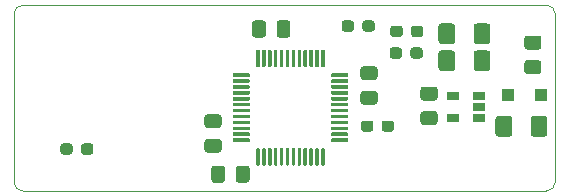
<source format=gbr>
%TF.GenerationSoftware,KiCad,Pcbnew,(5.1.8)-1*%
%TF.CreationDate,2021-01-31T15:43:31-07:00*%
%TF.ProjectId,Axle-Tx-PCB(STM32)v2,41786c65-2d54-4782-9d50-43422853544d,rev?*%
%TF.SameCoordinates,Original*%
%TF.FileFunction,Paste,Top*%
%TF.FilePolarity,Positive*%
%FSLAX46Y46*%
G04 Gerber Fmt 4.6, Leading zero omitted, Abs format (unit mm)*
G04 Created by KiCad (PCBNEW (5.1.8)-1) date 2021-01-31 15:43:31*
%MOMM*%
%LPD*%
G01*
G04 APERTURE LIST*
%TA.AperFunction,Profile*%
%ADD10C,0.050000*%
%TD*%
%ADD11R,1.100000X1.100000*%
%ADD12R,1.060000X0.650000*%
G04 APERTURE END LIST*
D10*
X67945000Y-36322000D02*
G75*
G02*
X68707000Y-37084000I0J-762000D01*
G01*
X68707000Y-51308000D02*
G75*
G02*
X67945000Y-52070000I-762000J0D01*
G01*
X23622000Y-52070000D02*
G75*
G02*
X22860000Y-51308000I0J762000D01*
G01*
X22860000Y-37084000D02*
G75*
G02*
X23622000Y-36322000I762000J0D01*
G01*
X22860000Y-51308000D02*
X22860000Y-37084000D01*
X67945000Y-52070000D02*
X23622000Y-52070000D01*
X68707000Y-37084000D02*
X68707000Y-51308000D01*
X23622000Y-36322000D02*
X67945000Y-36322000D01*
%TO.C,STM32*%
G36*
G01*
X49778800Y-42108800D02*
X51103800Y-42108800D01*
G75*
G02*
X51178800Y-42183800I0J-75000D01*
G01*
X51178800Y-42333800D01*
G75*
G02*
X51103800Y-42408800I-75000J0D01*
G01*
X49778800Y-42408800D01*
G75*
G02*
X49703800Y-42333800I0J75000D01*
G01*
X49703800Y-42183800D01*
G75*
G02*
X49778800Y-42108800I75000J0D01*
G01*
G37*
G36*
G01*
X49778800Y-42608800D02*
X51103800Y-42608800D01*
G75*
G02*
X51178800Y-42683800I0J-75000D01*
G01*
X51178800Y-42833800D01*
G75*
G02*
X51103800Y-42908800I-75000J0D01*
G01*
X49778800Y-42908800D01*
G75*
G02*
X49703800Y-42833800I0J75000D01*
G01*
X49703800Y-42683800D01*
G75*
G02*
X49778800Y-42608800I75000J0D01*
G01*
G37*
G36*
G01*
X49778800Y-43108800D02*
X51103800Y-43108800D01*
G75*
G02*
X51178800Y-43183800I0J-75000D01*
G01*
X51178800Y-43333800D01*
G75*
G02*
X51103800Y-43408800I-75000J0D01*
G01*
X49778800Y-43408800D01*
G75*
G02*
X49703800Y-43333800I0J75000D01*
G01*
X49703800Y-43183800D01*
G75*
G02*
X49778800Y-43108800I75000J0D01*
G01*
G37*
G36*
G01*
X49778800Y-43608800D02*
X51103800Y-43608800D01*
G75*
G02*
X51178800Y-43683800I0J-75000D01*
G01*
X51178800Y-43833800D01*
G75*
G02*
X51103800Y-43908800I-75000J0D01*
G01*
X49778800Y-43908800D01*
G75*
G02*
X49703800Y-43833800I0J75000D01*
G01*
X49703800Y-43683800D01*
G75*
G02*
X49778800Y-43608800I75000J0D01*
G01*
G37*
G36*
G01*
X49778800Y-44108800D02*
X51103800Y-44108800D01*
G75*
G02*
X51178800Y-44183800I0J-75000D01*
G01*
X51178800Y-44333800D01*
G75*
G02*
X51103800Y-44408800I-75000J0D01*
G01*
X49778800Y-44408800D01*
G75*
G02*
X49703800Y-44333800I0J75000D01*
G01*
X49703800Y-44183800D01*
G75*
G02*
X49778800Y-44108800I75000J0D01*
G01*
G37*
G36*
G01*
X49778800Y-44608800D02*
X51103800Y-44608800D01*
G75*
G02*
X51178800Y-44683800I0J-75000D01*
G01*
X51178800Y-44833800D01*
G75*
G02*
X51103800Y-44908800I-75000J0D01*
G01*
X49778800Y-44908800D01*
G75*
G02*
X49703800Y-44833800I0J75000D01*
G01*
X49703800Y-44683800D01*
G75*
G02*
X49778800Y-44608800I75000J0D01*
G01*
G37*
G36*
G01*
X49778800Y-45108800D02*
X51103800Y-45108800D01*
G75*
G02*
X51178800Y-45183800I0J-75000D01*
G01*
X51178800Y-45333800D01*
G75*
G02*
X51103800Y-45408800I-75000J0D01*
G01*
X49778800Y-45408800D01*
G75*
G02*
X49703800Y-45333800I0J75000D01*
G01*
X49703800Y-45183800D01*
G75*
G02*
X49778800Y-45108800I75000J0D01*
G01*
G37*
G36*
G01*
X49778800Y-45608800D02*
X51103800Y-45608800D01*
G75*
G02*
X51178800Y-45683800I0J-75000D01*
G01*
X51178800Y-45833800D01*
G75*
G02*
X51103800Y-45908800I-75000J0D01*
G01*
X49778800Y-45908800D01*
G75*
G02*
X49703800Y-45833800I0J75000D01*
G01*
X49703800Y-45683800D01*
G75*
G02*
X49778800Y-45608800I75000J0D01*
G01*
G37*
G36*
G01*
X49778800Y-46108800D02*
X51103800Y-46108800D01*
G75*
G02*
X51178800Y-46183800I0J-75000D01*
G01*
X51178800Y-46333800D01*
G75*
G02*
X51103800Y-46408800I-75000J0D01*
G01*
X49778800Y-46408800D01*
G75*
G02*
X49703800Y-46333800I0J75000D01*
G01*
X49703800Y-46183800D01*
G75*
G02*
X49778800Y-46108800I75000J0D01*
G01*
G37*
G36*
G01*
X49778800Y-46608800D02*
X51103800Y-46608800D01*
G75*
G02*
X51178800Y-46683800I0J-75000D01*
G01*
X51178800Y-46833800D01*
G75*
G02*
X51103800Y-46908800I-75000J0D01*
G01*
X49778800Y-46908800D01*
G75*
G02*
X49703800Y-46833800I0J75000D01*
G01*
X49703800Y-46683800D01*
G75*
G02*
X49778800Y-46608800I75000J0D01*
G01*
G37*
G36*
G01*
X49778800Y-47108800D02*
X51103800Y-47108800D01*
G75*
G02*
X51178800Y-47183800I0J-75000D01*
G01*
X51178800Y-47333800D01*
G75*
G02*
X51103800Y-47408800I-75000J0D01*
G01*
X49778800Y-47408800D01*
G75*
G02*
X49703800Y-47333800I0J75000D01*
G01*
X49703800Y-47183800D01*
G75*
G02*
X49778800Y-47108800I75000J0D01*
G01*
G37*
G36*
G01*
X49778800Y-47608800D02*
X51103800Y-47608800D01*
G75*
G02*
X51178800Y-47683800I0J-75000D01*
G01*
X51178800Y-47833800D01*
G75*
G02*
X51103800Y-47908800I-75000J0D01*
G01*
X49778800Y-47908800D01*
G75*
G02*
X49703800Y-47833800I0J75000D01*
G01*
X49703800Y-47683800D01*
G75*
G02*
X49778800Y-47608800I75000J0D01*
G01*
G37*
G36*
G01*
X48953800Y-48433800D02*
X49103800Y-48433800D01*
G75*
G02*
X49178800Y-48508800I0J-75000D01*
G01*
X49178800Y-49833800D01*
G75*
G02*
X49103800Y-49908800I-75000J0D01*
G01*
X48953800Y-49908800D01*
G75*
G02*
X48878800Y-49833800I0J75000D01*
G01*
X48878800Y-48508800D01*
G75*
G02*
X48953800Y-48433800I75000J0D01*
G01*
G37*
G36*
G01*
X48453800Y-48433800D02*
X48603800Y-48433800D01*
G75*
G02*
X48678800Y-48508800I0J-75000D01*
G01*
X48678800Y-49833800D01*
G75*
G02*
X48603800Y-49908800I-75000J0D01*
G01*
X48453800Y-49908800D01*
G75*
G02*
X48378800Y-49833800I0J75000D01*
G01*
X48378800Y-48508800D01*
G75*
G02*
X48453800Y-48433800I75000J0D01*
G01*
G37*
G36*
G01*
X47953800Y-48433800D02*
X48103800Y-48433800D01*
G75*
G02*
X48178800Y-48508800I0J-75000D01*
G01*
X48178800Y-49833800D01*
G75*
G02*
X48103800Y-49908800I-75000J0D01*
G01*
X47953800Y-49908800D01*
G75*
G02*
X47878800Y-49833800I0J75000D01*
G01*
X47878800Y-48508800D01*
G75*
G02*
X47953800Y-48433800I75000J0D01*
G01*
G37*
G36*
G01*
X47453800Y-48433800D02*
X47603800Y-48433800D01*
G75*
G02*
X47678800Y-48508800I0J-75000D01*
G01*
X47678800Y-49833800D01*
G75*
G02*
X47603800Y-49908800I-75000J0D01*
G01*
X47453800Y-49908800D01*
G75*
G02*
X47378800Y-49833800I0J75000D01*
G01*
X47378800Y-48508800D01*
G75*
G02*
X47453800Y-48433800I75000J0D01*
G01*
G37*
G36*
G01*
X46953800Y-48433800D02*
X47103800Y-48433800D01*
G75*
G02*
X47178800Y-48508800I0J-75000D01*
G01*
X47178800Y-49833800D01*
G75*
G02*
X47103800Y-49908800I-75000J0D01*
G01*
X46953800Y-49908800D01*
G75*
G02*
X46878800Y-49833800I0J75000D01*
G01*
X46878800Y-48508800D01*
G75*
G02*
X46953800Y-48433800I75000J0D01*
G01*
G37*
G36*
G01*
X46453800Y-48433800D02*
X46603800Y-48433800D01*
G75*
G02*
X46678800Y-48508800I0J-75000D01*
G01*
X46678800Y-49833800D01*
G75*
G02*
X46603800Y-49908800I-75000J0D01*
G01*
X46453800Y-49908800D01*
G75*
G02*
X46378800Y-49833800I0J75000D01*
G01*
X46378800Y-48508800D01*
G75*
G02*
X46453800Y-48433800I75000J0D01*
G01*
G37*
G36*
G01*
X45953800Y-48433800D02*
X46103800Y-48433800D01*
G75*
G02*
X46178800Y-48508800I0J-75000D01*
G01*
X46178800Y-49833800D01*
G75*
G02*
X46103800Y-49908800I-75000J0D01*
G01*
X45953800Y-49908800D01*
G75*
G02*
X45878800Y-49833800I0J75000D01*
G01*
X45878800Y-48508800D01*
G75*
G02*
X45953800Y-48433800I75000J0D01*
G01*
G37*
G36*
G01*
X45453800Y-48433800D02*
X45603800Y-48433800D01*
G75*
G02*
X45678800Y-48508800I0J-75000D01*
G01*
X45678800Y-49833800D01*
G75*
G02*
X45603800Y-49908800I-75000J0D01*
G01*
X45453800Y-49908800D01*
G75*
G02*
X45378800Y-49833800I0J75000D01*
G01*
X45378800Y-48508800D01*
G75*
G02*
X45453800Y-48433800I75000J0D01*
G01*
G37*
G36*
G01*
X44953800Y-48433800D02*
X45103800Y-48433800D01*
G75*
G02*
X45178800Y-48508800I0J-75000D01*
G01*
X45178800Y-49833800D01*
G75*
G02*
X45103800Y-49908800I-75000J0D01*
G01*
X44953800Y-49908800D01*
G75*
G02*
X44878800Y-49833800I0J75000D01*
G01*
X44878800Y-48508800D01*
G75*
G02*
X44953800Y-48433800I75000J0D01*
G01*
G37*
G36*
G01*
X44453800Y-48433800D02*
X44603800Y-48433800D01*
G75*
G02*
X44678800Y-48508800I0J-75000D01*
G01*
X44678800Y-49833800D01*
G75*
G02*
X44603800Y-49908800I-75000J0D01*
G01*
X44453800Y-49908800D01*
G75*
G02*
X44378800Y-49833800I0J75000D01*
G01*
X44378800Y-48508800D01*
G75*
G02*
X44453800Y-48433800I75000J0D01*
G01*
G37*
G36*
G01*
X43953800Y-48433800D02*
X44103800Y-48433800D01*
G75*
G02*
X44178800Y-48508800I0J-75000D01*
G01*
X44178800Y-49833800D01*
G75*
G02*
X44103800Y-49908800I-75000J0D01*
G01*
X43953800Y-49908800D01*
G75*
G02*
X43878800Y-49833800I0J75000D01*
G01*
X43878800Y-48508800D01*
G75*
G02*
X43953800Y-48433800I75000J0D01*
G01*
G37*
G36*
G01*
X43453800Y-48433800D02*
X43603800Y-48433800D01*
G75*
G02*
X43678800Y-48508800I0J-75000D01*
G01*
X43678800Y-49833800D01*
G75*
G02*
X43603800Y-49908800I-75000J0D01*
G01*
X43453800Y-49908800D01*
G75*
G02*
X43378800Y-49833800I0J75000D01*
G01*
X43378800Y-48508800D01*
G75*
G02*
X43453800Y-48433800I75000J0D01*
G01*
G37*
G36*
G01*
X41453800Y-47608800D02*
X42778800Y-47608800D01*
G75*
G02*
X42853800Y-47683800I0J-75000D01*
G01*
X42853800Y-47833800D01*
G75*
G02*
X42778800Y-47908800I-75000J0D01*
G01*
X41453800Y-47908800D01*
G75*
G02*
X41378800Y-47833800I0J75000D01*
G01*
X41378800Y-47683800D01*
G75*
G02*
X41453800Y-47608800I75000J0D01*
G01*
G37*
G36*
G01*
X41453800Y-47108800D02*
X42778800Y-47108800D01*
G75*
G02*
X42853800Y-47183800I0J-75000D01*
G01*
X42853800Y-47333800D01*
G75*
G02*
X42778800Y-47408800I-75000J0D01*
G01*
X41453800Y-47408800D01*
G75*
G02*
X41378800Y-47333800I0J75000D01*
G01*
X41378800Y-47183800D01*
G75*
G02*
X41453800Y-47108800I75000J0D01*
G01*
G37*
G36*
G01*
X41453800Y-46608800D02*
X42778800Y-46608800D01*
G75*
G02*
X42853800Y-46683800I0J-75000D01*
G01*
X42853800Y-46833800D01*
G75*
G02*
X42778800Y-46908800I-75000J0D01*
G01*
X41453800Y-46908800D01*
G75*
G02*
X41378800Y-46833800I0J75000D01*
G01*
X41378800Y-46683800D01*
G75*
G02*
X41453800Y-46608800I75000J0D01*
G01*
G37*
G36*
G01*
X41453800Y-46108800D02*
X42778800Y-46108800D01*
G75*
G02*
X42853800Y-46183800I0J-75000D01*
G01*
X42853800Y-46333800D01*
G75*
G02*
X42778800Y-46408800I-75000J0D01*
G01*
X41453800Y-46408800D01*
G75*
G02*
X41378800Y-46333800I0J75000D01*
G01*
X41378800Y-46183800D01*
G75*
G02*
X41453800Y-46108800I75000J0D01*
G01*
G37*
G36*
G01*
X41453800Y-45608800D02*
X42778800Y-45608800D01*
G75*
G02*
X42853800Y-45683800I0J-75000D01*
G01*
X42853800Y-45833800D01*
G75*
G02*
X42778800Y-45908800I-75000J0D01*
G01*
X41453800Y-45908800D01*
G75*
G02*
X41378800Y-45833800I0J75000D01*
G01*
X41378800Y-45683800D01*
G75*
G02*
X41453800Y-45608800I75000J0D01*
G01*
G37*
G36*
G01*
X41453800Y-45108800D02*
X42778800Y-45108800D01*
G75*
G02*
X42853800Y-45183800I0J-75000D01*
G01*
X42853800Y-45333800D01*
G75*
G02*
X42778800Y-45408800I-75000J0D01*
G01*
X41453800Y-45408800D01*
G75*
G02*
X41378800Y-45333800I0J75000D01*
G01*
X41378800Y-45183800D01*
G75*
G02*
X41453800Y-45108800I75000J0D01*
G01*
G37*
G36*
G01*
X41453800Y-44608800D02*
X42778800Y-44608800D01*
G75*
G02*
X42853800Y-44683800I0J-75000D01*
G01*
X42853800Y-44833800D01*
G75*
G02*
X42778800Y-44908800I-75000J0D01*
G01*
X41453800Y-44908800D01*
G75*
G02*
X41378800Y-44833800I0J75000D01*
G01*
X41378800Y-44683800D01*
G75*
G02*
X41453800Y-44608800I75000J0D01*
G01*
G37*
G36*
G01*
X41453800Y-44108800D02*
X42778800Y-44108800D01*
G75*
G02*
X42853800Y-44183800I0J-75000D01*
G01*
X42853800Y-44333800D01*
G75*
G02*
X42778800Y-44408800I-75000J0D01*
G01*
X41453800Y-44408800D01*
G75*
G02*
X41378800Y-44333800I0J75000D01*
G01*
X41378800Y-44183800D01*
G75*
G02*
X41453800Y-44108800I75000J0D01*
G01*
G37*
G36*
G01*
X41453800Y-43608800D02*
X42778800Y-43608800D01*
G75*
G02*
X42853800Y-43683800I0J-75000D01*
G01*
X42853800Y-43833800D01*
G75*
G02*
X42778800Y-43908800I-75000J0D01*
G01*
X41453800Y-43908800D01*
G75*
G02*
X41378800Y-43833800I0J75000D01*
G01*
X41378800Y-43683800D01*
G75*
G02*
X41453800Y-43608800I75000J0D01*
G01*
G37*
G36*
G01*
X41453800Y-43108800D02*
X42778800Y-43108800D01*
G75*
G02*
X42853800Y-43183800I0J-75000D01*
G01*
X42853800Y-43333800D01*
G75*
G02*
X42778800Y-43408800I-75000J0D01*
G01*
X41453800Y-43408800D01*
G75*
G02*
X41378800Y-43333800I0J75000D01*
G01*
X41378800Y-43183800D01*
G75*
G02*
X41453800Y-43108800I75000J0D01*
G01*
G37*
G36*
G01*
X41453800Y-42608800D02*
X42778800Y-42608800D01*
G75*
G02*
X42853800Y-42683800I0J-75000D01*
G01*
X42853800Y-42833800D01*
G75*
G02*
X42778800Y-42908800I-75000J0D01*
G01*
X41453800Y-42908800D01*
G75*
G02*
X41378800Y-42833800I0J75000D01*
G01*
X41378800Y-42683800D01*
G75*
G02*
X41453800Y-42608800I75000J0D01*
G01*
G37*
G36*
G01*
X41453800Y-42108800D02*
X42778800Y-42108800D01*
G75*
G02*
X42853800Y-42183800I0J-75000D01*
G01*
X42853800Y-42333800D01*
G75*
G02*
X42778800Y-42408800I-75000J0D01*
G01*
X41453800Y-42408800D01*
G75*
G02*
X41378800Y-42333800I0J75000D01*
G01*
X41378800Y-42183800D01*
G75*
G02*
X41453800Y-42108800I75000J0D01*
G01*
G37*
G36*
G01*
X43453800Y-40108800D02*
X43603800Y-40108800D01*
G75*
G02*
X43678800Y-40183800I0J-75000D01*
G01*
X43678800Y-41508800D01*
G75*
G02*
X43603800Y-41583800I-75000J0D01*
G01*
X43453800Y-41583800D01*
G75*
G02*
X43378800Y-41508800I0J75000D01*
G01*
X43378800Y-40183800D01*
G75*
G02*
X43453800Y-40108800I75000J0D01*
G01*
G37*
G36*
G01*
X43953800Y-40108800D02*
X44103800Y-40108800D01*
G75*
G02*
X44178800Y-40183800I0J-75000D01*
G01*
X44178800Y-41508800D01*
G75*
G02*
X44103800Y-41583800I-75000J0D01*
G01*
X43953800Y-41583800D01*
G75*
G02*
X43878800Y-41508800I0J75000D01*
G01*
X43878800Y-40183800D01*
G75*
G02*
X43953800Y-40108800I75000J0D01*
G01*
G37*
G36*
G01*
X44453800Y-40108800D02*
X44603800Y-40108800D01*
G75*
G02*
X44678800Y-40183800I0J-75000D01*
G01*
X44678800Y-41508800D01*
G75*
G02*
X44603800Y-41583800I-75000J0D01*
G01*
X44453800Y-41583800D01*
G75*
G02*
X44378800Y-41508800I0J75000D01*
G01*
X44378800Y-40183800D01*
G75*
G02*
X44453800Y-40108800I75000J0D01*
G01*
G37*
G36*
G01*
X44953800Y-40108800D02*
X45103800Y-40108800D01*
G75*
G02*
X45178800Y-40183800I0J-75000D01*
G01*
X45178800Y-41508800D01*
G75*
G02*
X45103800Y-41583800I-75000J0D01*
G01*
X44953800Y-41583800D01*
G75*
G02*
X44878800Y-41508800I0J75000D01*
G01*
X44878800Y-40183800D01*
G75*
G02*
X44953800Y-40108800I75000J0D01*
G01*
G37*
G36*
G01*
X45453800Y-40108800D02*
X45603800Y-40108800D01*
G75*
G02*
X45678800Y-40183800I0J-75000D01*
G01*
X45678800Y-41508800D01*
G75*
G02*
X45603800Y-41583800I-75000J0D01*
G01*
X45453800Y-41583800D01*
G75*
G02*
X45378800Y-41508800I0J75000D01*
G01*
X45378800Y-40183800D01*
G75*
G02*
X45453800Y-40108800I75000J0D01*
G01*
G37*
G36*
G01*
X45953800Y-40108800D02*
X46103800Y-40108800D01*
G75*
G02*
X46178800Y-40183800I0J-75000D01*
G01*
X46178800Y-41508800D01*
G75*
G02*
X46103800Y-41583800I-75000J0D01*
G01*
X45953800Y-41583800D01*
G75*
G02*
X45878800Y-41508800I0J75000D01*
G01*
X45878800Y-40183800D01*
G75*
G02*
X45953800Y-40108800I75000J0D01*
G01*
G37*
G36*
G01*
X46453800Y-40108800D02*
X46603800Y-40108800D01*
G75*
G02*
X46678800Y-40183800I0J-75000D01*
G01*
X46678800Y-41508800D01*
G75*
G02*
X46603800Y-41583800I-75000J0D01*
G01*
X46453800Y-41583800D01*
G75*
G02*
X46378800Y-41508800I0J75000D01*
G01*
X46378800Y-40183800D01*
G75*
G02*
X46453800Y-40108800I75000J0D01*
G01*
G37*
G36*
G01*
X46953800Y-40108800D02*
X47103800Y-40108800D01*
G75*
G02*
X47178800Y-40183800I0J-75000D01*
G01*
X47178800Y-41508800D01*
G75*
G02*
X47103800Y-41583800I-75000J0D01*
G01*
X46953800Y-41583800D01*
G75*
G02*
X46878800Y-41508800I0J75000D01*
G01*
X46878800Y-40183800D01*
G75*
G02*
X46953800Y-40108800I75000J0D01*
G01*
G37*
G36*
G01*
X47453800Y-40108800D02*
X47603800Y-40108800D01*
G75*
G02*
X47678800Y-40183800I0J-75000D01*
G01*
X47678800Y-41508800D01*
G75*
G02*
X47603800Y-41583800I-75000J0D01*
G01*
X47453800Y-41583800D01*
G75*
G02*
X47378800Y-41508800I0J75000D01*
G01*
X47378800Y-40183800D01*
G75*
G02*
X47453800Y-40108800I75000J0D01*
G01*
G37*
G36*
G01*
X47953800Y-40108800D02*
X48103800Y-40108800D01*
G75*
G02*
X48178800Y-40183800I0J-75000D01*
G01*
X48178800Y-41508800D01*
G75*
G02*
X48103800Y-41583800I-75000J0D01*
G01*
X47953800Y-41583800D01*
G75*
G02*
X47878800Y-41508800I0J75000D01*
G01*
X47878800Y-40183800D01*
G75*
G02*
X47953800Y-40108800I75000J0D01*
G01*
G37*
G36*
G01*
X48453800Y-40108800D02*
X48603800Y-40108800D01*
G75*
G02*
X48678800Y-40183800I0J-75000D01*
G01*
X48678800Y-41508800D01*
G75*
G02*
X48603800Y-41583800I-75000J0D01*
G01*
X48453800Y-41583800D01*
G75*
G02*
X48378800Y-41508800I0J75000D01*
G01*
X48378800Y-40183800D01*
G75*
G02*
X48453800Y-40108800I75000J0D01*
G01*
G37*
G36*
G01*
X48953800Y-40108800D02*
X49103800Y-40108800D01*
G75*
G02*
X49178800Y-40183800I0J-75000D01*
G01*
X49178800Y-41508800D01*
G75*
G02*
X49103800Y-41583800I-75000J0D01*
G01*
X48953800Y-41583800D01*
G75*
G02*
X48878800Y-41508800I0J75000D01*
G01*
X48878800Y-40183800D01*
G75*
G02*
X48953800Y-40108800I75000J0D01*
G01*
G37*
%TD*%
%TO.C,R6*%
G36*
G01*
X28544000Y-48751500D02*
X28544000Y-48276500D01*
G75*
G02*
X28781500Y-48039000I237500J0D01*
G01*
X29356500Y-48039000D01*
G75*
G02*
X29594000Y-48276500I0J-237500D01*
G01*
X29594000Y-48751500D01*
G75*
G02*
X29356500Y-48989000I-237500J0D01*
G01*
X28781500Y-48989000D01*
G75*
G02*
X28544000Y-48751500I0J237500D01*
G01*
G37*
G36*
G01*
X26794000Y-48751500D02*
X26794000Y-48276500D01*
G75*
G02*
X27031500Y-48039000I237500J0D01*
G01*
X27606500Y-48039000D01*
G75*
G02*
X27844000Y-48276500I0J-237500D01*
G01*
X27844000Y-48751500D01*
G75*
G02*
X27606500Y-48989000I-237500J0D01*
G01*
X27031500Y-48989000D01*
G75*
G02*
X26794000Y-48751500I0J237500D01*
G01*
G37*
%TD*%
%TO.C,R5*%
G36*
G01*
X51669200Y-37862500D02*
X51669200Y-38337500D01*
G75*
G02*
X51431700Y-38575000I-237500J0D01*
G01*
X50856700Y-38575000D01*
G75*
G02*
X50619200Y-38337500I0J237500D01*
G01*
X50619200Y-37862500D01*
G75*
G02*
X50856700Y-37625000I237500J0D01*
G01*
X51431700Y-37625000D01*
G75*
G02*
X51669200Y-37862500I0J-237500D01*
G01*
G37*
G36*
G01*
X53419200Y-37862500D02*
X53419200Y-38337500D01*
G75*
G02*
X53181700Y-38575000I-237500J0D01*
G01*
X52606700Y-38575000D01*
G75*
G02*
X52369200Y-38337500I0J237500D01*
G01*
X52369200Y-37862500D01*
G75*
G02*
X52606700Y-37625000I237500J0D01*
G01*
X53181700Y-37625000D01*
G75*
G02*
X53419200Y-37862500I0J-237500D01*
G01*
G37*
%TD*%
%TO.C,R4*%
G36*
G01*
X53994800Y-46821100D02*
X53994800Y-46346100D01*
G75*
G02*
X54232300Y-46108600I237500J0D01*
G01*
X54807300Y-46108600D01*
G75*
G02*
X55044800Y-46346100I0J-237500D01*
G01*
X55044800Y-46821100D01*
G75*
G02*
X54807300Y-47058600I-237500J0D01*
G01*
X54232300Y-47058600D01*
G75*
G02*
X53994800Y-46821100I0J237500D01*
G01*
G37*
G36*
G01*
X52244800Y-46821100D02*
X52244800Y-46346100D01*
G75*
G02*
X52482300Y-46108600I237500J0D01*
G01*
X53057300Y-46108600D01*
G75*
G02*
X53294800Y-46346100I0J-237500D01*
G01*
X53294800Y-46821100D01*
G75*
G02*
X53057300Y-47058600I-237500J0D01*
G01*
X52482300Y-47058600D01*
G75*
G02*
X52244800Y-46821100I0J237500D01*
G01*
G37*
%TD*%
%TO.C,R2*%
G36*
G01*
X56484000Y-38794700D02*
X56484000Y-38319700D01*
G75*
G02*
X56721500Y-38082200I237500J0D01*
G01*
X57296500Y-38082200D01*
G75*
G02*
X57534000Y-38319700I0J-237500D01*
G01*
X57534000Y-38794700D01*
G75*
G02*
X57296500Y-39032200I-237500J0D01*
G01*
X56721500Y-39032200D01*
G75*
G02*
X56484000Y-38794700I0J237500D01*
G01*
G37*
G36*
G01*
X54734000Y-38794700D02*
X54734000Y-38319700D01*
G75*
G02*
X54971500Y-38082200I237500J0D01*
G01*
X55546500Y-38082200D01*
G75*
G02*
X55784000Y-38319700I0J-237500D01*
G01*
X55784000Y-38794700D01*
G75*
G02*
X55546500Y-39032200I-237500J0D01*
G01*
X54971500Y-39032200D01*
G75*
G02*
X54734000Y-38794700I0J237500D01*
G01*
G37*
%TD*%
%TO.C,R1*%
G36*
G01*
X56433200Y-40623500D02*
X56433200Y-40148500D01*
G75*
G02*
X56670700Y-39911000I237500J0D01*
G01*
X57245700Y-39911000D01*
G75*
G02*
X57483200Y-40148500I0J-237500D01*
G01*
X57483200Y-40623500D01*
G75*
G02*
X57245700Y-40861000I-237500J0D01*
G01*
X56670700Y-40861000D01*
G75*
G02*
X56433200Y-40623500I0J237500D01*
G01*
G37*
G36*
G01*
X54683200Y-40623500D02*
X54683200Y-40148500D01*
G75*
G02*
X54920700Y-39911000I237500J0D01*
G01*
X55495700Y-39911000D01*
G75*
G02*
X55733200Y-40148500I0J-237500D01*
G01*
X55733200Y-40623500D01*
G75*
G02*
X55495700Y-40861000I-237500J0D01*
G01*
X54920700Y-40861000D01*
G75*
G02*
X54683200Y-40623500I0J237500D01*
G01*
G37*
%TD*%
%TO.C,F1*%
G36*
G01*
X66611800Y-47208600D02*
X66611800Y-45958600D01*
G75*
G02*
X66861800Y-45708600I250000J0D01*
G01*
X67786800Y-45708600D01*
G75*
G02*
X68036800Y-45958600I0J-250000D01*
G01*
X68036800Y-47208600D01*
G75*
G02*
X67786800Y-47458600I-250000J0D01*
G01*
X66861800Y-47458600D01*
G75*
G02*
X66611800Y-47208600I0J250000D01*
G01*
G37*
G36*
G01*
X63636800Y-47208600D02*
X63636800Y-45958600D01*
G75*
G02*
X63886800Y-45708600I250000J0D01*
G01*
X64811800Y-45708600D01*
G75*
G02*
X65061800Y-45958600I0J-250000D01*
G01*
X65061800Y-47208600D01*
G75*
G02*
X64811800Y-47458600I-250000J0D01*
G01*
X63886800Y-47458600D01*
G75*
G02*
X63636800Y-47208600I0J250000D01*
G01*
G37*
%TD*%
%TO.C,LED2*%
G36*
G01*
X60235800Y-38135400D02*
X60235800Y-39385400D01*
G75*
G02*
X59985800Y-39635400I-250000J0D01*
G01*
X59060800Y-39635400D01*
G75*
G02*
X58810800Y-39385400I0J250000D01*
G01*
X58810800Y-38135400D01*
G75*
G02*
X59060800Y-37885400I250000J0D01*
G01*
X59985800Y-37885400D01*
G75*
G02*
X60235800Y-38135400I0J-250000D01*
G01*
G37*
G36*
G01*
X63210800Y-38135400D02*
X63210800Y-39385400D01*
G75*
G02*
X62960800Y-39635400I-250000J0D01*
G01*
X62035800Y-39635400D01*
G75*
G02*
X61785800Y-39385400I0J250000D01*
G01*
X61785800Y-38135400D01*
G75*
G02*
X62035800Y-37885400I250000J0D01*
G01*
X62960800Y-37885400D01*
G75*
G02*
X63210800Y-38135400I0J-250000D01*
G01*
G37*
%TD*%
%TO.C,LED1*%
G36*
G01*
X60235800Y-40421400D02*
X60235800Y-41671400D01*
G75*
G02*
X59985800Y-41921400I-250000J0D01*
G01*
X59060800Y-41921400D01*
G75*
G02*
X58810800Y-41671400I0J250000D01*
G01*
X58810800Y-40421400D01*
G75*
G02*
X59060800Y-40171400I250000J0D01*
G01*
X59985800Y-40171400D01*
G75*
G02*
X60235800Y-40421400I0J-250000D01*
G01*
G37*
G36*
G01*
X63210800Y-40421400D02*
X63210800Y-41671400D01*
G75*
G02*
X62960800Y-41921400I-250000J0D01*
G01*
X62035800Y-41921400D01*
G75*
G02*
X61785800Y-41671400I0J250000D01*
G01*
X61785800Y-40421400D01*
G75*
G02*
X62035800Y-40171400I250000J0D01*
G01*
X62960800Y-40171400D01*
G75*
G02*
X63210800Y-40421400I0J-250000D01*
G01*
G37*
%TD*%
D11*
%TO.C,D1*%
X67490800Y-43942000D03*
X64690800Y-43942000D03*
%TD*%
%TO.C,C7*%
G36*
G01*
X58488600Y-44406400D02*
X57538600Y-44406400D01*
G75*
G02*
X57288600Y-44156400I0J250000D01*
G01*
X57288600Y-43481400D01*
G75*
G02*
X57538600Y-43231400I250000J0D01*
G01*
X58488600Y-43231400D01*
G75*
G02*
X58738600Y-43481400I0J-250000D01*
G01*
X58738600Y-44156400D01*
G75*
G02*
X58488600Y-44406400I-250000J0D01*
G01*
G37*
G36*
G01*
X58488600Y-46481400D02*
X57538600Y-46481400D01*
G75*
G02*
X57288600Y-46231400I0J250000D01*
G01*
X57288600Y-45556400D01*
G75*
G02*
X57538600Y-45306400I250000J0D01*
G01*
X58488600Y-45306400D01*
G75*
G02*
X58738600Y-45556400I0J-250000D01*
G01*
X58738600Y-46231400D01*
G75*
G02*
X58488600Y-46481400I-250000J0D01*
G01*
G37*
%TD*%
%TO.C,C6*%
G36*
G01*
X67277000Y-40088400D02*
X66327000Y-40088400D01*
G75*
G02*
X66077000Y-39838400I0J250000D01*
G01*
X66077000Y-39163400D01*
G75*
G02*
X66327000Y-38913400I250000J0D01*
G01*
X67277000Y-38913400D01*
G75*
G02*
X67527000Y-39163400I0J-250000D01*
G01*
X67527000Y-39838400D01*
G75*
G02*
X67277000Y-40088400I-250000J0D01*
G01*
G37*
G36*
G01*
X67277000Y-42163400D02*
X66327000Y-42163400D01*
G75*
G02*
X66077000Y-41913400I0J250000D01*
G01*
X66077000Y-41238400D01*
G75*
G02*
X66327000Y-40988400I250000J0D01*
G01*
X67277000Y-40988400D01*
G75*
G02*
X67527000Y-41238400I0J-250000D01*
G01*
X67527000Y-41913400D01*
G75*
G02*
X67277000Y-42163400I-250000J0D01*
G01*
G37*
%TD*%
%TO.C,C4*%
G36*
G01*
X40200600Y-46743200D02*
X39250600Y-46743200D01*
G75*
G02*
X39000600Y-46493200I0J250000D01*
G01*
X39000600Y-45818200D01*
G75*
G02*
X39250600Y-45568200I250000J0D01*
G01*
X40200600Y-45568200D01*
G75*
G02*
X40450600Y-45818200I0J-250000D01*
G01*
X40450600Y-46493200D01*
G75*
G02*
X40200600Y-46743200I-250000J0D01*
G01*
G37*
G36*
G01*
X40200600Y-48818200D02*
X39250600Y-48818200D01*
G75*
G02*
X39000600Y-48568200I0J250000D01*
G01*
X39000600Y-47893200D01*
G75*
G02*
X39250600Y-47643200I250000J0D01*
G01*
X40200600Y-47643200D01*
G75*
G02*
X40450600Y-47893200I0J-250000D01*
G01*
X40450600Y-48568200D01*
G75*
G02*
X40200600Y-48818200I-250000J0D01*
G01*
G37*
%TD*%
%TO.C,C3*%
G36*
G01*
X40748800Y-50172600D02*
X40748800Y-51122600D01*
G75*
G02*
X40498800Y-51372600I-250000J0D01*
G01*
X39823800Y-51372600D01*
G75*
G02*
X39573800Y-51122600I0J250000D01*
G01*
X39573800Y-50172600D01*
G75*
G02*
X39823800Y-49922600I250000J0D01*
G01*
X40498800Y-49922600D01*
G75*
G02*
X40748800Y-50172600I0J-250000D01*
G01*
G37*
G36*
G01*
X42823800Y-50172600D02*
X42823800Y-51122600D01*
G75*
G02*
X42573800Y-51372600I-250000J0D01*
G01*
X41898800Y-51372600D01*
G75*
G02*
X41648800Y-51122600I0J250000D01*
G01*
X41648800Y-50172600D01*
G75*
G02*
X41898800Y-49922600I250000J0D01*
G01*
X42573800Y-49922600D01*
G75*
G02*
X42823800Y-50172600I0J-250000D01*
G01*
G37*
%TD*%
%TO.C,C2*%
G36*
G01*
X45103200Y-38829000D02*
X45103200Y-37879000D01*
G75*
G02*
X45353200Y-37629000I250000J0D01*
G01*
X46028200Y-37629000D01*
G75*
G02*
X46278200Y-37879000I0J-250000D01*
G01*
X46278200Y-38829000D01*
G75*
G02*
X46028200Y-39079000I-250000J0D01*
G01*
X45353200Y-39079000D01*
G75*
G02*
X45103200Y-38829000I0J250000D01*
G01*
G37*
G36*
G01*
X43028200Y-38829000D02*
X43028200Y-37879000D01*
G75*
G02*
X43278200Y-37629000I250000J0D01*
G01*
X43953200Y-37629000D01*
G75*
G02*
X44203200Y-37879000I0J-250000D01*
G01*
X44203200Y-38829000D01*
G75*
G02*
X43953200Y-39079000I-250000J0D01*
G01*
X43278200Y-39079000D01*
G75*
G02*
X43028200Y-38829000I0J250000D01*
G01*
G37*
%TD*%
%TO.C,C1*%
G36*
G01*
X52458600Y-43579200D02*
X53408600Y-43579200D01*
G75*
G02*
X53658600Y-43829200I0J-250000D01*
G01*
X53658600Y-44504200D01*
G75*
G02*
X53408600Y-44754200I-250000J0D01*
G01*
X52458600Y-44754200D01*
G75*
G02*
X52208600Y-44504200I0J250000D01*
G01*
X52208600Y-43829200D01*
G75*
G02*
X52458600Y-43579200I250000J0D01*
G01*
G37*
G36*
G01*
X52458600Y-41504200D02*
X53408600Y-41504200D01*
G75*
G02*
X53658600Y-41754200I0J-250000D01*
G01*
X53658600Y-42429200D01*
G75*
G02*
X53408600Y-42679200I-250000J0D01*
G01*
X52458600Y-42679200D01*
G75*
G02*
X52208600Y-42429200I0J250000D01*
G01*
X52208600Y-41754200D01*
G75*
G02*
X52458600Y-41504200I250000J0D01*
G01*
G37*
%TD*%
D12*
%TO.C,3v3reg1*%
X60012400Y-45908000D03*
X60012400Y-44008000D03*
X62212400Y-44008000D03*
X62212400Y-44958000D03*
X62212400Y-45908000D03*
%TD*%
M02*

</source>
